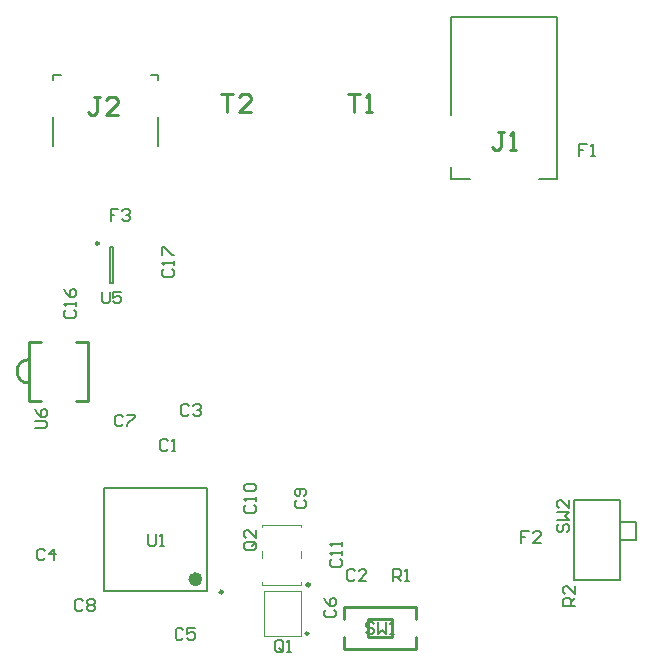
<source format=gto>
G04*
G04 #@! TF.GenerationSoftware,Altium Limited,CircuitMaker,2.3.0 (2.3.0.3)*
G04*
G04 Layer_Color=15132400*
%FSLAX25Y25*%
%MOIN*%
G70*
G04*
G04 #@! TF.SameCoordinates,16FC6845-B66D-4252-ADF8-C3080C0A7A4D*
G04*
G04*
G04 #@! TF.FilePolarity,Positive*
G04*
G01*
G75*
%ADD10C,0.01000*%
%ADD11C,0.02362*%
%ADD12C,0.00984*%
%ADD13C,0.00787*%
%ADD14C,0.00591*%
%ADD15C,0.00200*%
%ADD16C,0.00394*%
D10*
X193640Y127323D02*
G03*
X193640Y127323I-557J0D01*
G01*
X193157Y111122D02*
G03*
X193157Y111122I-440J0D01*
G01*
X100000Y202362D02*
G03*
X100000Y194488I0J-3937D01*
G01*
X213126Y109795D02*
X221126D01*
X213126D02*
Y115795D01*
X221126D01*
Y109795D02*
Y115795D01*
X229126D02*
Y119795D01*
X205126D02*
X229126D01*
X205126Y115795D02*
Y119795D01*
Y105795D02*
Y109795D01*
Y105795D02*
X229126D01*
Y109795D01*
X100000Y188583D02*
X103937D01*
X100000D02*
Y208268D01*
X103937D01*
X115748D02*
X119685D01*
X115748Y188583D02*
X119685D01*
Y208268D01*
X123607Y290007D02*
X121607D01*
X122607D01*
Y285009D01*
X121607Y284009D01*
X120608D01*
X119608Y285009D01*
X129605Y284009D02*
X125606D01*
X129605Y288007D01*
Y289007D01*
X128605Y290007D01*
X126606D01*
X125606Y289007D01*
X163899Y290991D02*
X167898D01*
X165899D01*
Y284993D01*
X173896D02*
X169897D01*
X173896Y288992D01*
Y289991D01*
X172896Y290991D01*
X170897D01*
X169897Y289991D01*
X206238Y290991D02*
X210236D01*
X208237D01*
Y284993D01*
X212236D02*
X214235D01*
X213235D01*
Y290991D01*
X212236Y289991D01*
X258465Y278196D02*
X256465D01*
X257465D01*
Y273198D01*
X256465Y272198D01*
X255466D01*
X254466Y273198D01*
X260464Y272198D02*
X262463D01*
X261464D01*
Y278196D01*
X260464Y277196D01*
D11*
X156693Y129134D02*
G03*
X156693Y129134I-1181J0D01*
G01*
D12*
X164567Y124902D02*
G03*
X164567Y124902I-492J0D01*
G01*
X123327Y241142D02*
G03*
X123327Y241142I-492J0D01*
G01*
D13*
X108091Y297150D02*
X110591D01*
X108091Y295650D02*
Y297150D01*
X140591D02*
X143091D01*
Y295650D02*
Y297150D01*
Y273650D02*
Y283150D01*
X108091Y273650D02*
Y283150D01*
X125197Y159449D02*
X159449D01*
X125197Y125197D02*
X159449D01*
X125197D02*
Y159449D01*
X159449Y125197D02*
Y159449D01*
X128150Y227756D02*
Y239961D01*
X126969Y227756D02*
Y239961D01*
Y227756D02*
X128150D01*
X126969Y239961D02*
X128150D01*
X240748Y262598D02*
X246982Y262598D01*
X240748Y283858D02*
Y316535D01*
Y262598D02*
Y266535D01*
Y316535D02*
X276181D01*
Y262598D02*
Y316535D01*
X269948Y262598D02*
X276181Y262598D01*
X101969Y179397D02*
X105249D01*
X105905Y180053D01*
Y181365D01*
X105249Y182021D01*
X101969D01*
Y185957D02*
X102625Y184645D01*
X103937Y183333D01*
X105249D01*
X105905Y183989D01*
Y185301D01*
X105249Y185957D01*
X104593D01*
X103937Y185301D01*
Y183333D01*
X124279Y224999D02*
Y221720D01*
X124935Y221064D01*
X126247D01*
X126903Y221720D01*
Y224999D01*
X130839D02*
X128215D01*
Y223031D01*
X129527Y223687D01*
X130183D01*
X130839Y223031D01*
Y221720D01*
X130183Y221064D01*
X128871D01*
X128215Y221720D01*
X139699Y144291D02*
Y141011D01*
X140355Y140355D01*
X141667D01*
X142323Y141011D01*
Y144291D01*
X143635Y140355D02*
X144947D01*
X144291D01*
Y144291D01*
X143635Y143635D01*
X276838Y147573D02*
X276182Y146917D01*
Y145605D01*
X276838Y144949D01*
X277494D01*
X278150Y145605D01*
Y146917D01*
X278806Y147573D01*
X279462D01*
X280118Y146917D01*
Y145605D01*
X279462Y144949D01*
X276182Y148885D02*
X280118D01*
X278806Y150197D01*
X280118Y151509D01*
X276182D01*
X280118Y155445D02*
Y152821D01*
X277494Y155445D01*
X276838D01*
X276182Y154789D01*
Y153477D01*
X276838Y152821D01*
X215158Y114107D02*
X214502Y114763D01*
X213190D01*
X212534Y114107D01*
Y113451D01*
X213190Y112795D01*
X214502D01*
X215158Y112139D01*
Y111483D01*
X214502Y110827D01*
X213190D01*
X212534Y111483D01*
X216470Y114763D02*
Y110827D01*
X217782Y112139D01*
X219094Y110827D01*
Y114763D01*
X220406Y110827D02*
X221718D01*
X221062D01*
Y114763D01*
X220406Y114107D01*
X221392Y128544D02*
Y132480D01*
X223360D01*
X224016Y131824D01*
Y130512D01*
X223360Y129856D01*
X221392D01*
X222704D02*
X224016Y128544D01*
X225328D02*
X226640D01*
X225984D01*
Y132480D01*
X225328Y131824D01*
X282086Y120342D02*
X278150D01*
Y122310D01*
X278806Y122966D01*
X280118D01*
X280774Y122310D01*
Y120342D01*
Y121654D02*
X282086Y122966D01*
Y126902D02*
Y124278D01*
X279462Y126902D01*
X278806D01*
X278150Y126246D01*
Y124934D01*
X278806Y124278D01*
X175131Y141667D02*
X172507D01*
X171851Y141011D01*
Y139699D01*
X172507Y139043D01*
X175131D01*
X175787Y139699D01*
Y141011D01*
X174475Y140355D02*
X175787Y141667D01*
Y141011D02*
X175131Y141667D01*
X175787Y145603D02*
Y142979D01*
X173163Y145603D01*
X172507D01*
X171851Y144947D01*
Y143635D01*
X172507Y142979D01*
X184646Y105578D02*
Y108202D01*
X183990Y108858D01*
X182678D01*
X182022Y108202D01*
Y105578D01*
X182678Y104922D01*
X183990D01*
X183334Y106234D02*
X184646Y104922D01*
X183990D02*
X184646Y105578D01*
X185958Y104922D02*
X187269D01*
X186614D01*
Y108858D01*
X185958Y108202D01*
X286024Y274212D02*
X283400D01*
Y272244D01*
X284712D01*
X283400D01*
Y270276D01*
X287335D02*
X288647D01*
X287991D01*
Y274212D01*
X287335Y273556D01*
X266667Y145275D02*
X264043D01*
Y143307D01*
X265355D01*
X264043D01*
Y141339D01*
X270603D02*
X267979D01*
X270603Y143963D01*
Y144619D01*
X269947Y145275D01*
X268635D01*
X267979Y144619D01*
X129856Y252558D02*
X127232D01*
Y250590D01*
X128544D01*
X127232D01*
Y248623D01*
X131168Y251903D02*
X131824Y252558D01*
X133136D01*
X133792Y251903D01*
Y251247D01*
X133136Y250590D01*
X132480D01*
X133136D01*
X133792Y249935D01*
Y249279D01*
X133136Y248623D01*
X131824D01*
X131168Y249279D01*
X208596Y131824D02*
X207940Y132480D01*
X206628D01*
X205972Y131824D01*
Y129200D01*
X206628Y128544D01*
X207940D01*
X208596Y129200D01*
X212532Y128544D02*
X209908D01*
X212532Y131168D01*
Y131824D01*
X211876Y132480D01*
X210564D01*
X209908Y131824D01*
X144948Y232547D02*
X144292Y231891D01*
Y230579D01*
X144948Y229923D01*
X147572D01*
X148228Y230579D01*
Y231891D01*
X147572Y232547D01*
X148228Y233859D02*
Y235171D01*
Y234515D01*
X144292D01*
X144948Y233859D01*
X144292Y237138D02*
Y239762D01*
X144948D01*
X147572Y237138D01*
X148228D01*
X112468Y218767D02*
X111812Y218111D01*
Y216799D01*
X112468Y216143D01*
X115091D01*
X115747Y216799D01*
Y218111D01*
X115091Y218767D01*
X115747Y220079D02*
Y221391D01*
Y220735D01*
X111812D01*
X112468Y220079D01*
X111812Y225983D02*
X112468Y224671D01*
X113779Y223359D01*
X115091D01*
X115747Y224015D01*
Y225327D01*
X115091Y225983D01*
X114436D01*
X113779Y225327D01*
Y223359D01*
X201050Y135762D02*
X200394Y135106D01*
Y133794D01*
X201050Y133138D01*
X203674D01*
X204330Y133794D01*
Y135106D01*
X203674Y135762D01*
X204330Y137074D02*
Y138385D01*
Y137730D01*
X200394D01*
X201050Y137074D01*
X204330Y140353D02*
Y141665D01*
Y141009D01*
X200394D01*
X201050Y140353D01*
X199082Y119029D02*
X198426Y118373D01*
Y117061D01*
X199082Y116405D01*
X201706D01*
X202362Y117061D01*
Y118373D01*
X201706Y119029D01*
X198426Y122965D02*
X199082Y121653D01*
X200394Y120341D01*
X201706D01*
X202362Y120997D01*
Y122309D01*
X201706Y122965D01*
X201050D01*
X200394Y122309D01*
Y120341D01*
X189239Y155446D02*
X188583Y154790D01*
Y153479D01*
X189239Y152823D01*
X191863D01*
X192519Y153479D01*
Y154790D01*
X191863Y155446D01*
Y156758D02*
X192519Y157414D01*
Y158726D01*
X191863Y159382D01*
X189239D01*
X188583Y158726D01*
Y157414D01*
X189239Y156758D01*
X189895D01*
X190551Y157414D01*
Y159382D01*
X172507Y153806D02*
X171851Y153151D01*
Y151839D01*
X172507Y151183D01*
X175131D01*
X175787Y151839D01*
Y153151D01*
X175131Y153806D01*
X175787Y155118D02*
Y156430D01*
Y155774D01*
X171851D01*
X172507Y155118D01*
Y158398D02*
X171851Y159054D01*
Y160366D01*
X172507Y161022D01*
X175131D01*
X175787Y160366D01*
Y159054D01*
X175131Y158398D01*
X172507D01*
X118045Y121981D02*
X117389Y122637D01*
X116077D01*
X115421Y121981D01*
Y119357D01*
X116077Y118701D01*
X117389D01*
X118045Y119357D01*
X119357Y121981D02*
X120013Y122637D01*
X121325D01*
X121981Y121981D01*
Y121325D01*
X121325Y120669D01*
X121981Y120013D01*
Y119357D01*
X121325Y118701D01*
X120013D01*
X119357Y119357D01*
Y120013D01*
X120013Y120669D01*
X119357Y121325D01*
Y121981D01*
X120013Y120669D02*
X121325D01*
X131424Y183380D02*
X130768Y184036D01*
X129456D01*
X128800Y183380D01*
Y180756D01*
X129456Y180100D01*
X130768D01*
X131424Y180756D01*
X132736Y184036D02*
X135360D01*
Y183380D01*
X132736Y180756D01*
Y180100D01*
X151509Y112139D02*
X150853Y112795D01*
X149541D01*
X148886Y112139D01*
Y109515D01*
X149541Y108859D01*
X150853D01*
X151509Y109515D01*
X155445Y112795D02*
X152821D01*
Y110827D01*
X154133Y111483D01*
X154789D01*
X155445Y110827D01*
Y109515D01*
X154789Y108859D01*
X153477D01*
X152821Y109515D01*
X105250Y138714D02*
X104594Y139369D01*
X103282D01*
X102626Y138714D01*
Y136090D01*
X103282Y135434D01*
X104594D01*
X105250Y136090D01*
X108529Y135434D02*
Y139369D01*
X106562Y137402D01*
X109185D01*
X153478Y186942D02*
X152822Y187598D01*
X151510D01*
X150854Y186942D01*
Y184318D01*
X151510Y183662D01*
X152822D01*
X153478Y184318D01*
X154790Y186942D02*
X155446Y187598D01*
X156758D01*
X157414Y186942D01*
Y186286D01*
X156758Y185630D01*
X156102D01*
X156758D01*
X157414Y184974D01*
Y184318D01*
X156758Y183662D01*
X155446D01*
X154790Y184318D01*
X146260Y175131D02*
X145604Y175787D01*
X144292D01*
X143636Y175131D01*
Y172507D01*
X144292Y171851D01*
X145604D01*
X146260Y172507D01*
X147572Y171851D02*
X148884D01*
X148228D01*
Y175787D01*
X147572Y175131D01*
D14*
X281764Y129035D02*
Y155413D01*
X281776D02*
X286910D01*
X281764Y129035D02*
X286910D01*
X297146Y142323D02*
X302264D01*
Y148228D01*
X297146D02*
X302264D01*
X286910Y155413D02*
X297146D01*
Y129035D02*
Y155413D01*
X286910Y129035D02*
X297146D01*
D15*
X177583Y147323D02*
X190583D01*
X177583Y127323D02*
X190583D01*
X177583D02*
Y128323D01*
Y136323D02*
Y138523D01*
Y146523D02*
Y147323D01*
X190583Y146523D02*
Y147323D01*
Y136323D02*
Y138523D01*
Y127323D02*
Y128323D01*
D16*
X178445Y110138D02*
Y125197D01*
X190847D01*
Y110138D02*
Y125197D01*
X178445Y110138D02*
X190847D01*
M02*

</source>
